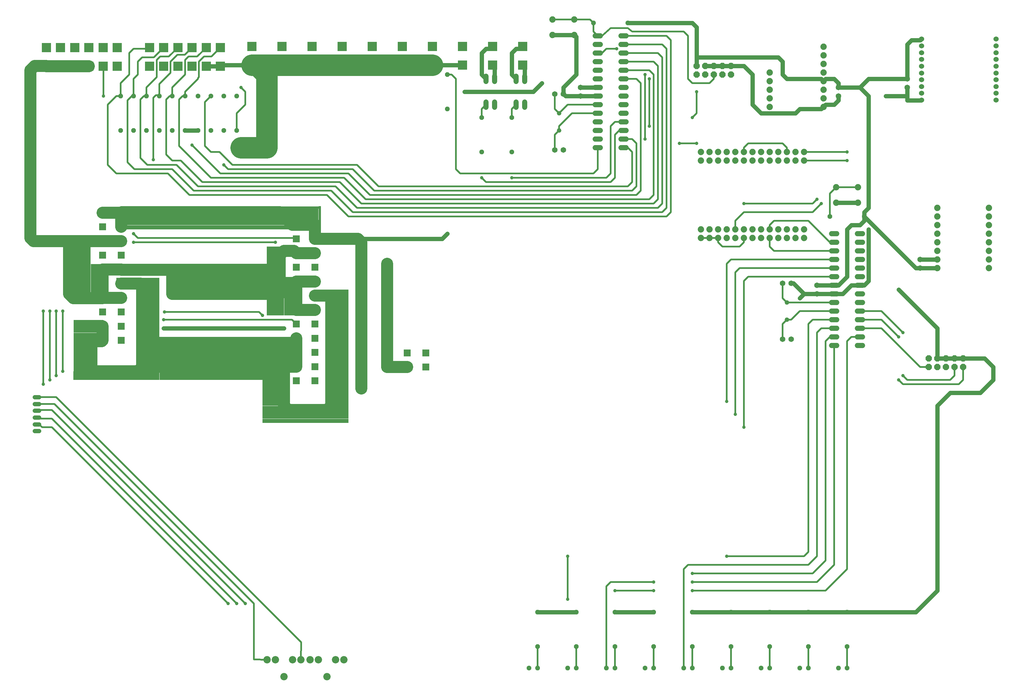
<source format=gbl>
G75*
G70*
%OFA0B0*%
%FSLAX24Y24*%
%IPPOS*%
%LPD*%
%AMOC8*
5,1,8,0,0,1.08239X$1,22.5*
%
%ADD10R,0.3000X0.7000*%
%ADD11R,0.1500X0.3500*%
%ADD12R,0.2000X1.1500*%
%ADD13R,0.8000X0.1000*%
%ADD14R,0.2500X0.5500*%
%ADD15R,0.0800X0.3900*%
%ADD16R,0.5000X0.0500*%
%ADD17R,0.3500X0.1500*%
%ADD18R,2.3500X0.2000*%
%ADD19R,1.9000X0.0500*%
%ADD20R,0.0300X0.2200*%
%ADD21R,0.5000X0.0300*%
%ADD22R,0.2000X0.8000*%
%ADD23R,0.1500X0.2000*%
%ADD24R,0.2000X0.1500*%
%ADD25R,1.6000X0.3000*%
%ADD26R,0.2500X1.5000*%
%ADD27R,1.0000X0.1500*%
%ADD28R,0.2000X0.4000*%
%ADD29R,1.0000X0.0500*%
%ADD30R,1.2000X0.3000*%
%ADD31R,1.2500X0.1000*%
%ADD32R,0.0825X0.0825*%
%ADD33R,0.1065X0.1065*%
%ADD34C,0.0740*%
%ADD35C,0.0650*%
%ADD36C,0.0520*%
%ADD37OC8,0.0520*%
%ADD38OC8,0.0740*%
%ADD39C,0.0600*%
%ADD40C,0.0600*%
%ADD41C,0.0860*%
%ADD42C,0.0515*%
%ADD43C,0.0500*%
%ADD44C,0.0396*%
%ADD45C,0.1400*%
%ADD46C,0.0591*%
%ADD47C,0.2500*%
%ADD48C,0.0200*%
D10*
X007601Y050206D03*
D11*
X009851Y048956D03*
D12*
X016101Y042956D03*
D13*
X011101Y037706D03*
D14*
X008351Y039956D03*
D15*
X009501Y040756D03*
D16*
X014601Y048856D03*
D17*
X008851Y043456D03*
D18*
X023851Y056206D03*
D19*
X022601Y054956D03*
D20*
X035751Y056306D03*
D21*
X033401Y057256D03*
D22*
X030601Y048706D03*
D23*
X032351Y045706D03*
D24*
X032101Y048456D03*
D25*
X024601Y040706D03*
D26*
X037851Y040206D03*
D27*
X034101Y033456D03*
D28*
X030101Y036206D03*
D29*
X034101Y032456D03*
D30*
X024101Y049206D03*
D31*
X023351Y037706D03*
D32*
X033031Y037106D03*
X033031Y038756D03*
X033031Y040406D03*
X033031Y042056D03*
X033031Y043706D03*
X033031Y045356D03*
X033031Y047006D03*
X033031Y048656D03*
X033031Y050306D03*
X033031Y051956D03*
X033031Y053606D03*
X033031Y055256D03*
X035201Y055256D03*
X035201Y053606D03*
X035201Y051956D03*
X035201Y050306D03*
X035201Y048656D03*
X035201Y047006D03*
X035201Y045356D03*
X035201Y043706D03*
X035201Y042056D03*
X035201Y040406D03*
X035201Y038756D03*
X035201Y037106D03*
X045931Y038706D03*
X045931Y040356D03*
X048101Y040356D03*
X048101Y038706D03*
X012671Y041806D03*
X012671Y043456D03*
X012671Y045106D03*
X012671Y046756D03*
X012671Y048406D03*
X012671Y050056D03*
X012671Y051706D03*
X012671Y053356D03*
X012671Y055006D03*
X012671Y056656D03*
X010501Y056656D03*
X010501Y055006D03*
X010501Y053356D03*
X010501Y051706D03*
X010501Y050056D03*
X010501Y048406D03*
X010501Y046756D03*
X010501Y045106D03*
X010501Y043456D03*
X010501Y041806D03*
D33*
X010551Y073686D03*
X008901Y073686D03*
X007251Y073686D03*
X005601Y073686D03*
X003951Y073686D03*
X003951Y075856D03*
X005601Y075856D03*
X007251Y075856D03*
X008901Y075856D03*
X010551Y075856D03*
X012201Y075856D03*
X012201Y073686D03*
X015951Y073686D03*
X017601Y073686D03*
X019251Y073686D03*
X020901Y073686D03*
X022551Y073686D03*
X024201Y073686D03*
X024201Y075856D03*
X022551Y075856D03*
X020901Y075856D03*
X019251Y075856D03*
X017601Y075856D03*
X015951Y075856D03*
X027851Y075976D03*
X027851Y073806D03*
X031351Y073806D03*
X034851Y073806D03*
X034851Y075976D03*
X031351Y075976D03*
X038351Y075976D03*
X038351Y073806D03*
X041851Y073806D03*
X041851Y075976D03*
X045351Y075976D03*
X045351Y073806D03*
X048851Y073806D03*
X048851Y075976D03*
X052351Y075976D03*
X052351Y073806D03*
X055851Y073806D03*
X055851Y075976D03*
X059351Y075976D03*
X059351Y073806D03*
D34*
X062821Y077316D03*
X062821Y079096D03*
X065381Y079096D03*
X065381Y077316D03*
X080101Y063706D03*
X081101Y063706D03*
X082101Y063706D03*
X083101Y063706D03*
X084101Y063706D03*
X085101Y063706D03*
X086101Y063706D03*
X087101Y063706D03*
X088101Y063706D03*
X089101Y063706D03*
X090101Y063706D03*
X091101Y063706D03*
X092101Y063706D03*
X092101Y062706D03*
X091101Y062706D03*
X090101Y062706D03*
X089101Y062706D03*
X088101Y062706D03*
X087101Y062706D03*
X086101Y062706D03*
X085101Y062706D03*
X084101Y062706D03*
X083101Y062706D03*
X082101Y062706D03*
X081101Y062706D03*
X080101Y062706D03*
X088101Y068956D03*
X088101Y069956D03*
X088101Y070956D03*
X088101Y071956D03*
X088101Y072956D03*
X094351Y072956D03*
X094351Y073956D03*
X094351Y074956D03*
X094351Y075956D03*
X094351Y071956D03*
X094351Y070956D03*
X094351Y069956D03*
X094351Y068956D03*
X095821Y059596D03*
X095821Y057816D03*
X098381Y057816D03*
X098381Y059596D03*
X092101Y054706D03*
X091101Y054706D03*
X090101Y054706D03*
X089101Y054706D03*
X088101Y054706D03*
X087101Y054706D03*
X086101Y054706D03*
X085101Y054706D03*
X084101Y054706D03*
X083101Y054706D03*
X082101Y054706D03*
X081101Y054706D03*
X080101Y054706D03*
X080101Y053706D03*
X081101Y053706D03*
X082101Y053706D03*
X083101Y053706D03*
X084101Y053706D03*
X085101Y053706D03*
X086101Y053706D03*
X087101Y053706D03*
X088101Y053706D03*
X089101Y053706D03*
X090101Y053706D03*
X091101Y053706D03*
X092101Y053706D03*
X107601Y054206D03*
X107601Y055206D03*
X107601Y056206D03*
X107601Y057206D03*
X107601Y053206D03*
X107601Y052206D03*
X107601Y051206D03*
X107601Y050206D03*
X113601Y050206D03*
X113601Y051206D03*
X113601Y052206D03*
X113601Y053206D03*
X113601Y054206D03*
X113601Y055206D03*
X113601Y056206D03*
X113601Y057206D03*
D35*
X105601Y051206D03*
X105601Y050206D03*
X093601Y048206D03*
X093601Y047206D03*
X090601Y048456D03*
X089601Y048456D03*
X089601Y041956D03*
X090601Y041956D03*
X064101Y063956D03*
X063101Y063956D03*
X066101Y070206D03*
X064101Y070456D03*
X063101Y070456D03*
X066101Y071206D03*
X096101Y071206D03*
X096101Y070206D03*
X104101Y071206D03*
X104101Y072206D03*
D36*
X090101Y046206D03*
X090101Y044206D03*
X063601Y066206D03*
X063601Y068206D03*
D37*
X058101Y067706D03*
X054601Y067706D03*
X050601Y068706D03*
X050601Y072706D03*
X054601Y063706D03*
X058101Y063706D03*
X067601Y078706D03*
X071601Y078706D03*
X095101Y056206D03*
X099101Y056206D03*
X097101Y010206D03*
X092601Y010206D03*
X088101Y010206D03*
X083601Y010206D03*
X079101Y010206D03*
X074601Y010206D03*
X070101Y010206D03*
X065601Y010206D03*
X061101Y010206D03*
X061101Y006206D03*
X061101Y003706D03*
X060101Y003706D03*
X064601Y003706D03*
X065601Y003706D03*
X065601Y006206D03*
X069101Y003706D03*
X070101Y003706D03*
X070101Y006206D03*
X073601Y003706D03*
X074601Y003706D03*
X078101Y003706D03*
X079101Y003706D03*
X079101Y006206D03*
X082601Y003706D03*
X083601Y003706D03*
X083601Y006206D03*
X087101Y003706D03*
X088101Y003706D03*
X088101Y006206D03*
X091601Y003706D03*
X092601Y003706D03*
X096101Y003706D03*
X097101Y003706D03*
X097101Y006206D03*
X092601Y006206D03*
X074601Y006206D03*
X026101Y066206D03*
X024601Y066206D03*
X023101Y066206D03*
X021601Y066206D03*
X020101Y066206D03*
X018601Y066206D03*
X017101Y066206D03*
X015601Y066206D03*
X014101Y066206D03*
X012601Y066206D03*
X012601Y070206D03*
X014101Y070206D03*
X015601Y070206D03*
X017101Y070206D03*
X018601Y070206D03*
X020101Y070206D03*
X021601Y070206D03*
X023101Y070206D03*
X024601Y070206D03*
X026101Y070206D03*
D38*
X079601Y072706D03*
X079601Y073706D03*
X080601Y073706D03*
X081601Y073706D03*
X082601Y073706D03*
X083601Y073706D03*
X083601Y072706D03*
X082601Y072706D03*
X081601Y072706D03*
X080601Y072706D03*
X106601Y039706D03*
X107601Y039706D03*
X108601Y039706D03*
X109601Y039706D03*
X110601Y039706D03*
X110601Y038706D03*
X109601Y038706D03*
X108601Y038706D03*
X107601Y038706D03*
X106601Y038706D03*
D39*
X098901Y041206D02*
X098301Y041206D01*
X098301Y042206D02*
X098901Y042206D01*
X098901Y043206D02*
X098301Y043206D01*
X098301Y044206D02*
X098901Y044206D01*
X098901Y045206D02*
X098301Y045206D01*
X098301Y046206D02*
X098901Y046206D01*
X098901Y047206D02*
X098301Y047206D01*
X098301Y048206D02*
X098901Y048206D01*
X098901Y049206D02*
X098301Y049206D01*
X098301Y050206D02*
X098901Y050206D01*
X098901Y051206D02*
X098301Y051206D01*
X098301Y052206D02*
X098901Y052206D01*
X098901Y053206D02*
X098301Y053206D01*
X098301Y054206D02*
X098901Y054206D01*
X095901Y054206D02*
X095301Y054206D01*
X095301Y053206D02*
X095901Y053206D01*
X095901Y052206D02*
X095301Y052206D01*
X095301Y051206D02*
X095901Y051206D01*
X095901Y050206D02*
X095301Y050206D01*
X095301Y049206D02*
X095901Y049206D01*
X095901Y048206D02*
X095301Y048206D01*
X095301Y047206D02*
X095901Y047206D01*
X095901Y046206D02*
X095301Y046206D01*
X095301Y045206D02*
X095901Y045206D01*
X095901Y044206D02*
X095301Y044206D01*
X095301Y043206D02*
X095901Y043206D01*
X095901Y042206D02*
X095301Y042206D01*
X095301Y041206D02*
X095901Y041206D01*
X071401Y064206D02*
X070801Y064206D01*
X070801Y065206D02*
X071401Y065206D01*
X071401Y066206D02*
X070801Y066206D01*
X070801Y067206D02*
X071401Y067206D01*
X071401Y068206D02*
X070801Y068206D01*
X070801Y069206D02*
X071401Y069206D01*
X071401Y070206D02*
X070801Y070206D01*
X070801Y071206D02*
X071401Y071206D01*
X071401Y072206D02*
X070801Y072206D01*
X070801Y073206D02*
X071401Y073206D01*
X071401Y074206D02*
X070801Y074206D01*
X070801Y075206D02*
X071401Y075206D01*
X071401Y076206D02*
X070801Y076206D01*
X070801Y077206D02*
X071401Y077206D01*
X068401Y077206D02*
X067801Y077206D01*
X067801Y076206D02*
X068401Y076206D01*
X068401Y075206D02*
X067801Y075206D01*
X067801Y074206D02*
X068401Y074206D01*
X068401Y073206D02*
X067801Y073206D01*
X067801Y072206D02*
X068401Y072206D01*
X068401Y071206D02*
X067801Y071206D01*
X067801Y070206D02*
X068401Y070206D01*
X068401Y069206D02*
X067801Y069206D01*
X067801Y068206D02*
X068401Y068206D01*
X068401Y067206D02*
X067801Y067206D01*
X067801Y066206D02*
X068401Y066206D01*
X068401Y065206D02*
X067801Y065206D01*
X067801Y064206D02*
X068401Y064206D01*
X059601Y068906D02*
X059601Y069506D01*
X058601Y069506D02*
X058601Y068906D01*
X056101Y068906D02*
X056101Y069506D01*
X055101Y069506D02*
X055101Y068906D01*
X055101Y071906D02*
X055101Y072506D01*
X056101Y072506D02*
X056101Y071906D01*
X058601Y071906D02*
X058601Y072506D01*
X059601Y072506D02*
X059601Y071906D01*
D40*
X105770Y072105D03*
X105770Y071318D03*
X105770Y070530D03*
X105770Y069743D03*
X105770Y072893D03*
X105770Y073680D03*
X105770Y074467D03*
X105770Y075255D03*
X105770Y076042D03*
X105770Y076830D03*
X114431Y076830D03*
X114431Y076042D03*
X114431Y075255D03*
X114431Y074467D03*
X114431Y073680D03*
X114431Y072893D03*
X114431Y072105D03*
X114431Y071318D03*
X114431Y070530D03*
X114431Y069743D03*
D41*
X038569Y004674D03*
X037585Y004674D03*
X035617Y004674D03*
X034632Y004674D03*
X033569Y004674D03*
X032585Y004674D03*
X030617Y004674D03*
X029632Y004674D03*
X031601Y002706D03*
X036601Y002706D03*
D42*
X003101Y031269D02*
X002586Y031269D01*
X002586Y032056D02*
X003101Y032056D01*
X003101Y032843D02*
X002586Y032843D01*
X002586Y033631D02*
X003101Y033631D01*
X003101Y034418D02*
X002586Y034418D01*
X002586Y035206D02*
X003101Y035206D01*
D43*
X017601Y043206D02*
X031601Y043206D01*
X040201Y053606D02*
X050001Y053606D01*
X050601Y054206D01*
X064351Y070206D02*
X064101Y070456D01*
X064101Y071206D01*
X065601Y072706D01*
X065601Y077096D01*
X065381Y077316D01*
X062821Y077316D01*
X059351Y075976D02*
X059081Y075706D01*
X058601Y075706D01*
X058101Y075206D01*
X058101Y072706D01*
X058601Y072206D01*
X059601Y072206D02*
X059601Y073706D01*
X059501Y073806D01*
X059351Y073806D01*
X061601Y071706D02*
X060601Y070706D01*
X052601Y070706D01*
X054601Y072706D02*
X055101Y072206D01*
X054601Y072706D02*
X054601Y075206D01*
X055101Y075706D01*
X055581Y075706D01*
X055851Y075976D01*
X055851Y073806D02*
X056001Y073806D01*
X056101Y073706D01*
X056101Y072206D01*
X052351Y073806D02*
X048851Y073806D01*
X064351Y070206D02*
X066101Y070206D01*
X068101Y070206D01*
X068101Y071206D02*
X066101Y071206D01*
X071601Y078706D02*
X079101Y078706D01*
X079601Y078206D01*
X079601Y074706D01*
X089101Y074706D01*
X089601Y074206D01*
X089601Y072706D01*
X090101Y072206D01*
X094101Y072206D01*
X094351Y071956D01*
X094601Y072206D01*
X095601Y072206D01*
X096101Y071706D01*
X096101Y071206D01*
X098601Y071206D01*
X099601Y072206D01*
X104101Y072206D01*
X104101Y076206D01*
X104601Y076706D01*
X105646Y076706D01*
X105770Y076830D01*
X104101Y071206D02*
X104101Y070206D01*
X101601Y070206D01*
X099601Y070206D02*
X098601Y071206D01*
X099601Y070206D02*
X099601Y057206D01*
X099101Y056706D01*
X099101Y056206D01*
X099101Y055706D01*
X098601Y055206D01*
X097601Y055206D01*
X097101Y054706D01*
X097101Y049206D01*
X096101Y048206D01*
X095601Y048206D01*
X093601Y048206D01*
X093601Y047206D02*
X092101Y047206D01*
X091601Y046706D01*
X092101Y047206D02*
X090851Y048456D01*
X090601Y048456D01*
X093601Y047206D02*
X095601Y047206D01*
X096601Y047206D01*
X097601Y048206D01*
X098601Y048206D01*
X099101Y048206D01*
X099601Y048706D01*
X099601Y054706D01*
X099101Y056206D02*
X105101Y050206D01*
X105601Y050206D01*
X107601Y050206D01*
X107601Y051206D02*
X105601Y051206D01*
X103101Y047706D02*
X107601Y043206D01*
X107601Y039706D01*
X108601Y039706D01*
X109601Y039706D01*
X110601Y039706D01*
X113101Y039706D01*
X114101Y038706D01*
X114101Y037206D01*
X112601Y035706D01*
X109101Y035706D01*
X107601Y034206D01*
X107601Y012706D01*
X105101Y010206D01*
X097101Y010206D01*
X092601Y010206D01*
X088101Y010206D01*
X083601Y010206D01*
X079101Y010206D01*
X074601Y010206D02*
X070101Y010206D01*
X065601Y010206D02*
X061101Y010206D01*
X095821Y057816D02*
X098381Y057816D01*
X091101Y068206D02*
X087101Y068206D01*
X086101Y069206D01*
X086101Y072706D01*
X085101Y073706D01*
X083601Y073706D01*
X082601Y073706D01*
X081601Y073706D01*
X080601Y073706D01*
X079601Y073706D02*
X079601Y074706D01*
X091101Y068206D02*
X091601Y068706D01*
X094101Y068706D01*
X094351Y068956D01*
X094601Y069206D01*
X095601Y069206D01*
X096101Y069706D01*
X096101Y070206D01*
X104101Y070206D02*
X104101Y069706D01*
X105733Y069706D01*
X105770Y069743D01*
X027851Y073806D02*
X024321Y073806D01*
X024201Y073686D01*
X022551Y073686D01*
X021601Y066206D02*
X020101Y066206D01*
D44*
X025101Y011206D03*
X026101Y011206D03*
X027101Y011206D03*
X003601Y036706D03*
X004351Y037206D03*
X005101Y037706D03*
X005851Y038206D03*
X005851Y045206D03*
X005101Y045206D03*
X004351Y045206D03*
X003601Y045206D03*
X014101Y053206D03*
X014101Y054206D03*
X016401Y062806D03*
X020901Y064506D03*
X024601Y062206D03*
X026601Y071206D03*
X010601Y070206D03*
X030601Y053206D03*
X029101Y044706D03*
X031601Y043206D03*
X017601Y043206D03*
X017601Y044206D03*
X017701Y045106D03*
X050601Y054206D03*
X054601Y060706D03*
X058101Y060706D03*
X052601Y070706D03*
X061601Y071706D03*
X070301Y075706D03*
X073601Y072706D03*
X074101Y072206D03*
X079601Y070706D03*
X079101Y067706D03*
X079601Y064706D03*
X077601Y064706D03*
X074101Y066706D03*
X073601Y065206D03*
X085101Y057706D03*
X093601Y058206D03*
X094101Y057706D03*
X099601Y054706D03*
X103101Y047706D03*
X103601Y042706D03*
X103101Y042206D03*
X103601Y037706D03*
X103101Y037206D03*
X091601Y046706D03*
X083101Y034706D03*
X084101Y033206D03*
X085101Y031706D03*
X083101Y016706D03*
X079101Y014706D03*
X079101Y013706D03*
X079101Y012706D03*
X074601Y012706D03*
X074601Y013706D03*
X070101Y012706D03*
X064601Y011706D03*
X064601Y016706D03*
X097101Y062706D03*
X097101Y063706D03*
X101601Y070206D03*
D45*
X045931Y038706D02*
X043601Y038706D01*
X043601Y048706D01*
X043601Y049706D01*
X043601Y050706D01*
X040601Y053206D02*
X040601Y038206D01*
X040601Y037206D01*
X040601Y036206D01*
X037101Y034206D02*
X036601Y033706D01*
X032101Y033706D01*
X031601Y034206D01*
X031601Y038756D01*
X033031Y038756D01*
X033031Y040406D01*
X033031Y042056D01*
X033031Y045356D02*
X035201Y045356D01*
X035201Y047006D02*
X036801Y047006D01*
X037101Y046706D01*
X037101Y034206D01*
X031601Y038756D02*
X015151Y038756D01*
X015101Y038706D01*
X014601Y038206D01*
X008601Y038206D01*
X008101Y038706D01*
X008101Y040706D01*
X009101Y041706D01*
X010401Y041706D01*
X010501Y041806D01*
X010501Y043456D01*
X010451Y046706D02*
X007101Y046706D01*
X006601Y047206D01*
X006601Y053206D01*
X006751Y053356D01*
X002451Y053356D01*
X002101Y053706D01*
X002101Y073206D01*
X002601Y073706D01*
X003931Y073706D01*
X003951Y073686D01*
X005601Y073686D01*
X007251Y073686D01*
X008901Y073686D01*
X010501Y056656D02*
X012671Y056656D01*
X012671Y055006D01*
X012671Y056656D02*
X012721Y056706D01*
X031101Y056706D01*
X032551Y055256D01*
X033031Y055256D01*
X035201Y055256D01*
X035201Y053606D01*
X040201Y053606D01*
X040601Y053206D01*
X035201Y051956D02*
X033031Y051956D01*
X032781Y052206D01*
X031601Y052206D01*
X031101Y051706D01*
X031101Y048206D01*
X030101Y047206D01*
X028601Y047206D01*
X027601Y047206D01*
X026601Y047206D01*
X018601Y047206D01*
X018601Y048206D01*
X018601Y049206D01*
X018601Y049906D01*
X018501Y050006D01*
X012701Y050006D01*
X012671Y050056D02*
X010501Y050056D01*
X010501Y048406D01*
X010501Y046756D01*
X010451Y046706D01*
X010501Y046756D02*
X012671Y046756D01*
X012671Y048406D02*
X014901Y048406D01*
X015101Y048206D01*
X015101Y038706D01*
X031101Y048206D02*
X032301Y047006D01*
X033031Y047006D01*
X033031Y045356D01*
X033031Y047006D02*
X033031Y048656D01*
X035201Y048656D01*
X012671Y053356D02*
X010501Y053356D01*
X006751Y053356D01*
D46*
X018601Y050206D03*
X018601Y049206D03*
X018601Y048206D03*
X018601Y047206D03*
X026601Y047206D03*
X027601Y047206D03*
X028601Y047206D03*
X026601Y048206D03*
X026601Y049206D03*
X026601Y050206D03*
X043601Y050706D03*
X043601Y049706D03*
X043601Y048706D03*
X040601Y038206D03*
X040601Y037206D03*
X040601Y036206D03*
X027201Y063606D03*
X026601Y064206D03*
X027201Y064806D03*
X026001Y064806D03*
X026001Y063606D03*
D47*
X026601Y064206D02*
X029601Y064206D01*
X029601Y072706D01*
X028501Y073806D01*
X027851Y073806D01*
X031351Y073806D01*
X034851Y073806D01*
X038351Y073806D01*
X041851Y073806D01*
X045351Y073806D01*
X048851Y073806D01*
D48*
X050601Y072706D02*
X051101Y072706D01*
X051601Y072206D01*
X051601Y061706D01*
X052101Y061206D01*
X067601Y061206D01*
X068101Y061706D01*
X068101Y064206D01*
X070101Y065706D02*
X070101Y060706D01*
X069601Y060206D01*
X055101Y060206D01*
X054601Y060706D01*
X058101Y060706D02*
X069101Y060706D01*
X069601Y061206D01*
X069601Y066706D01*
X070101Y067206D01*
X071101Y067206D01*
X071101Y066206D02*
X070601Y066206D01*
X070101Y065706D01*
X071101Y065206D02*
X072101Y065206D01*
X072601Y064706D01*
X072601Y059706D01*
X072101Y059206D01*
X042101Y059206D01*
X039601Y061706D01*
X025101Y061706D01*
X024601Y062206D01*
X025601Y062206D02*
X024101Y063706D01*
X023101Y063706D01*
X022401Y064406D01*
X022401Y069506D01*
X023101Y070206D01*
X026101Y068206D02*
X026101Y066206D01*
X026101Y068206D02*
X027101Y069206D01*
X027101Y070706D01*
X026601Y071206D01*
X023151Y074806D02*
X022301Y074806D01*
X021701Y074206D01*
X021701Y072406D01*
X021601Y072306D01*
X021601Y072206D01*
X020101Y070706D01*
X020101Y070206D01*
X019801Y070206D01*
X019401Y069806D01*
X019401Y064406D01*
X023101Y060706D01*
X038601Y060706D01*
X041101Y058206D01*
X074101Y058206D01*
X074601Y058706D01*
X074601Y072706D01*
X074101Y073206D01*
X071101Y073206D01*
X071101Y074206D02*
X074601Y074206D01*
X075101Y073706D01*
X075101Y058206D01*
X074601Y057706D01*
X040601Y057706D01*
X038101Y060206D01*
X022101Y060206D01*
X019601Y062706D01*
X018601Y062706D01*
X017901Y063406D01*
X017901Y069806D01*
X018301Y070206D01*
X018601Y070206D01*
X018601Y071206D01*
X020101Y072706D01*
X020101Y074406D01*
X020501Y074806D01*
X021501Y074806D01*
X022551Y075856D01*
X023151Y074806D02*
X024201Y075856D01*
X020901Y075856D02*
X020051Y075006D01*
X019201Y075006D01*
X018401Y074206D01*
X018401Y072906D01*
X017101Y071606D01*
X017101Y070206D01*
X017001Y070306D01*
X016701Y070306D01*
X016401Y070006D01*
X016401Y062806D01*
X015701Y062206D02*
X014901Y063006D01*
X014901Y069806D01*
X015301Y070206D01*
X015601Y070206D01*
X015601Y071206D01*
X016801Y072406D01*
X016801Y074406D01*
X017201Y074806D01*
X018201Y074806D01*
X019251Y075856D01*
X017601Y075856D02*
X016451Y074706D01*
X015101Y074706D01*
X014601Y074206D01*
X014601Y072706D01*
X014101Y072206D01*
X014101Y070206D01*
X013901Y070206D01*
X013401Y069706D01*
X013401Y062506D01*
X014201Y061706D01*
X018601Y061706D01*
X021101Y059206D01*
X037101Y059206D01*
X039601Y056706D01*
X075601Y056706D01*
X076101Y057206D01*
X076101Y075706D01*
X075601Y076206D01*
X071101Y076206D01*
X070301Y075706D02*
X069101Y075706D01*
X068601Y075206D01*
X068101Y075206D01*
X068101Y077206D02*
X068601Y077206D01*
X069601Y078106D01*
X071601Y078106D01*
X072101Y077706D01*
X078101Y077706D01*
X078601Y077206D01*
X078601Y072206D01*
X079101Y071706D01*
X081101Y071706D01*
X081601Y072206D01*
X081601Y072706D01*
X079601Y070706D02*
X079601Y068206D01*
X079101Y067706D01*
X079601Y064706D02*
X077601Y064706D01*
X074101Y066706D02*
X074101Y072206D01*
X073601Y072706D02*
X073601Y065206D01*
X072101Y063706D02*
X072101Y060206D01*
X071601Y059706D01*
X042601Y059706D01*
X040101Y062206D01*
X025601Y062206D01*
X024201Y061206D02*
X020901Y064506D01*
X019101Y062206D02*
X015701Y062206D01*
X018101Y061206D02*
X012101Y061206D01*
X011101Y062206D01*
X011101Y069206D01*
X012101Y070206D01*
X012601Y070206D01*
X012601Y071706D01*
X013601Y072706D01*
X013601Y075206D01*
X014101Y075706D01*
X015801Y075706D01*
X015951Y075856D01*
X010601Y073636D02*
X010551Y073686D01*
X010601Y073636D02*
X010601Y070206D01*
X019101Y062206D02*
X021601Y059706D01*
X037601Y059706D01*
X040101Y057206D01*
X075101Y057206D01*
X075601Y057706D01*
X075601Y074706D01*
X075101Y075206D01*
X071101Y075206D01*
X071101Y077206D02*
X076101Y077206D01*
X076601Y076706D01*
X076601Y056706D01*
X076101Y056206D01*
X039101Y056206D01*
X036601Y058706D01*
X020601Y058706D01*
X018101Y061206D01*
X024201Y061206D02*
X039101Y061206D01*
X041601Y058706D01*
X072601Y058706D01*
X073101Y059206D01*
X073101Y071706D01*
X072601Y072206D01*
X071101Y072206D01*
X068101Y069206D02*
X064601Y069206D01*
X063601Y068206D01*
X063101Y068706D01*
X063101Y070456D01*
X065101Y068206D02*
X068101Y068206D01*
X065101Y068206D02*
X063601Y066706D01*
X063601Y066206D01*
X063101Y065706D01*
X063101Y063956D01*
X058101Y067706D02*
X058101Y068706D01*
X058601Y069206D01*
X055101Y069206D02*
X054601Y068706D01*
X054601Y067706D01*
X067601Y077706D02*
X068101Y077206D01*
X067601Y077706D02*
X067601Y078706D01*
X067211Y079096D01*
X065381Y079096D01*
X062821Y079096D01*
X071101Y064206D02*
X071601Y064206D01*
X072101Y063706D01*
X084101Y055706D02*
X085101Y056706D01*
X093101Y056706D01*
X094101Y057706D01*
X093601Y058206D02*
X093101Y057706D01*
X085101Y057706D01*
X084101Y055706D02*
X084101Y054706D01*
X085101Y053706D02*
X085101Y053206D01*
X084601Y052706D01*
X082601Y052706D01*
X082101Y053206D01*
X082101Y053706D01*
X081101Y053706D01*
X080101Y053706D01*
X083101Y050706D02*
X083101Y034706D01*
X084101Y033206D02*
X084101Y049706D01*
X084601Y050206D01*
X095601Y050206D01*
X095601Y051206D02*
X083601Y051206D01*
X083101Y050706D01*
X085101Y048706D02*
X085601Y049206D01*
X095601Y049206D01*
X095601Y052206D02*
X088601Y052206D01*
X088101Y052706D01*
X088101Y053706D01*
X088101Y054706D02*
X088101Y055206D01*
X088601Y055706D01*
X092601Y055706D01*
X095101Y053206D01*
X095601Y053206D01*
X095101Y056206D02*
X095101Y058876D01*
X095821Y059596D01*
X098381Y059596D01*
X097101Y062706D02*
X092101Y062706D01*
X092101Y063706D02*
X097101Y063706D01*
X090101Y063706D02*
X090101Y064206D01*
X089601Y064706D01*
X085601Y064706D01*
X085101Y064206D01*
X085101Y063706D01*
X085101Y048706D02*
X085101Y031706D01*
X095601Y041206D02*
X095601Y015706D01*
X093601Y013706D01*
X079101Y013706D01*
X079101Y012706D02*
X094601Y012706D01*
X097101Y015206D01*
X097101Y041706D01*
X097601Y042206D01*
X098601Y042206D01*
X098601Y043206D02*
X101101Y043206D01*
X105601Y038706D01*
X106601Y038706D01*
X104101Y037206D02*
X109101Y037206D01*
X109601Y037706D01*
X109601Y038706D01*
X110601Y038706D02*
X110601Y037206D01*
X110101Y036706D01*
X103601Y036706D01*
X103101Y037206D01*
X103601Y037706D02*
X104101Y037206D01*
X103101Y042206D02*
X101101Y044206D01*
X098601Y044206D01*
X098601Y045206D02*
X101101Y045206D01*
X103601Y042706D01*
X095601Y043206D02*
X094101Y043206D01*
X093601Y042706D01*
X093601Y016706D01*
X092601Y015706D01*
X078601Y015706D01*
X078101Y015206D01*
X078101Y003706D01*
X079101Y003706D02*
X079101Y006206D01*
X074601Y006206D02*
X074601Y003706D01*
X070101Y003706D02*
X070101Y006206D01*
X069101Y003706D02*
X069101Y013206D01*
X069601Y013706D01*
X074601Y013706D01*
X074601Y012706D02*
X070101Y012706D01*
X064601Y011706D02*
X064601Y016706D01*
X079101Y014706D02*
X093101Y014706D01*
X094601Y016206D01*
X094601Y041706D01*
X095101Y042206D01*
X095601Y042206D01*
X093101Y044206D02*
X092601Y043706D01*
X092601Y017206D01*
X092101Y016706D01*
X083101Y016706D01*
X083601Y006206D02*
X083601Y003706D01*
X088101Y003706D02*
X088101Y006206D01*
X092601Y006206D02*
X092601Y003706D01*
X097101Y003706D02*
X097101Y006206D01*
X065601Y006206D02*
X065601Y003706D01*
X061101Y003706D02*
X061101Y006206D01*
X033601Y006706D02*
X033569Y004674D01*
X033601Y006706D02*
X005101Y035206D01*
X003101Y035206D01*
X003101Y034418D02*
X004888Y034418D01*
X028101Y011206D01*
X028101Y004706D01*
X029632Y004674D01*
X027101Y011206D02*
X004601Y033706D01*
X003101Y033706D01*
X003101Y033631D01*
X003101Y032843D02*
X003239Y032706D01*
X004601Y032706D01*
X026101Y011206D01*
X025101Y011206D02*
X004601Y031706D01*
X003451Y031706D01*
X003101Y032056D01*
X003601Y036706D02*
X003601Y045206D01*
X004351Y045206D02*
X004351Y037206D01*
X005101Y037706D02*
X005101Y045206D01*
X005851Y045206D02*
X005851Y038206D01*
X017601Y044206D02*
X032531Y044206D01*
X033031Y043706D01*
X029101Y044706D02*
X028701Y045106D01*
X017701Y045106D01*
X014101Y053206D02*
X030601Y053206D01*
X032931Y053706D02*
X033031Y053606D01*
X032931Y053706D02*
X014601Y053706D01*
X014101Y054206D01*
X089601Y048456D02*
X089601Y046706D01*
X090101Y046206D01*
X095601Y046206D01*
X095601Y045206D02*
X091601Y045206D01*
X090601Y044206D01*
X090101Y044206D01*
X089601Y043706D01*
X089601Y041956D01*
X093101Y044206D02*
X095601Y044206D01*
M02*

</source>
